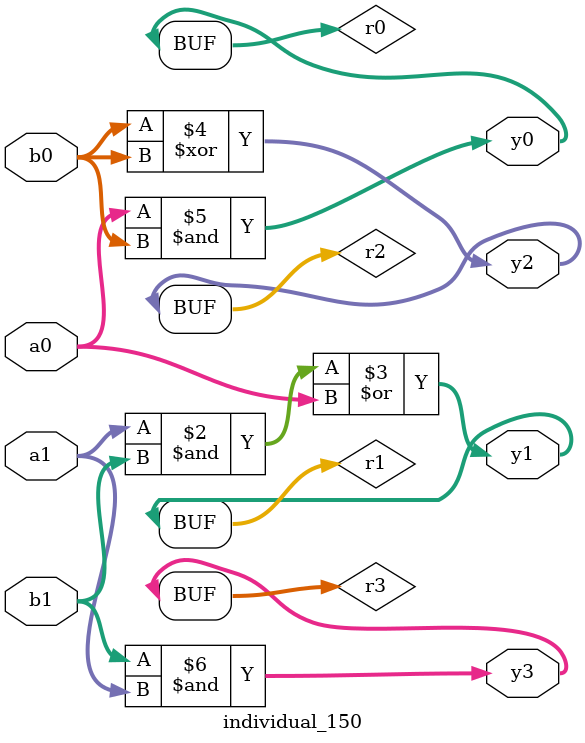
<source format=sv>
module individual_150(input logic [15:0] a1, input logic [15:0] a0, input logic [15:0] b1, input logic [15:0] b0, output logic [15:0] y3, output logic [15:0] y2, output logic [15:0] y1, output logic [15:0] y0);
logic [15:0] r0, r1, r2, r3; 
 always@(*) begin 
	 r0 = a0; r1 = a1; r2 = b0; r3 = b1; 
 	 r1  &=  r3 ;
 	 r1  |=  r0 ;
 	 r2  ^=  b0 ;
 	 r0  &=  b0 ;
 	 r3  &=  a1 ;
 	 y3 = r3; y2 = r2; y1 = r1; y0 = r0; 
end
endmodule
</source>
